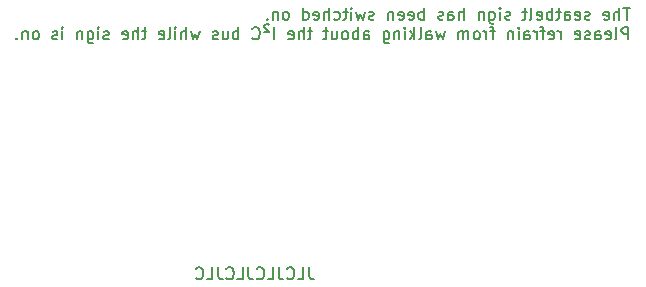
<source format=gbr>
%TF.GenerationSoftware,KiCad,Pcbnew,(5.1.9)-1*%
%TF.CreationDate,2021-08-01T22:25:33+09:30*%
%TF.ProjectId,tyre_temp_sense,74797265-5f74-4656-9d70-5f73656e7365,rev?*%
%TF.SameCoordinates,Original*%
%TF.FileFunction,Legend,Bot*%
%TF.FilePolarity,Positive*%
%FSLAX46Y46*%
G04 Gerber Fmt 4.6, Leading zero omitted, Abs format (unit mm)*
G04 Created by KiCad (PCBNEW (5.1.9)-1) date 2021-08-01 22:25:33*
%MOMM*%
%LPD*%
G01*
G04 APERTURE LIST*
%ADD10C,0.150000*%
G04 APERTURE END LIST*
D10*
X119527261Y-62727380D02*
X118955833Y-62727380D01*
X119241547Y-63727380D02*
X119241547Y-62727380D01*
X118622500Y-63727380D02*
X118622500Y-62727380D01*
X118193928Y-63727380D02*
X118193928Y-63203571D01*
X118241547Y-63108333D01*
X118336785Y-63060714D01*
X118479642Y-63060714D01*
X118574880Y-63108333D01*
X118622500Y-63155952D01*
X117336785Y-63679761D02*
X117432023Y-63727380D01*
X117622500Y-63727380D01*
X117717738Y-63679761D01*
X117765357Y-63584523D01*
X117765357Y-63203571D01*
X117717738Y-63108333D01*
X117622500Y-63060714D01*
X117432023Y-63060714D01*
X117336785Y-63108333D01*
X117289166Y-63203571D01*
X117289166Y-63298809D01*
X117765357Y-63394047D01*
X116146309Y-63679761D02*
X116051071Y-63727380D01*
X115860595Y-63727380D01*
X115765357Y-63679761D01*
X115717738Y-63584523D01*
X115717738Y-63536904D01*
X115765357Y-63441666D01*
X115860595Y-63394047D01*
X116003452Y-63394047D01*
X116098690Y-63346428D01*
X116146309Y-63251190D01*
X116146309Y-63203571D01*
X116098690Y-63108333D01*
X116003452Y-63060714D01*
X115860595Y-63060714D01*
X115765357Y-63108333D01*
X114908214Y-63679761D02*
X115003452Y-63727380D01*
X115193928Y-63727380D01*
X115289166Y-63679761D01*
X115336785Y-63584523D01*
X115336785Y-63203571D01*
X115289166Y-63108333D01*
X115193928Y-63060714D01*
X115003452Y-63060714D01*
X114908214Y-63108333D01*
X114860595Y-63203571D01*
X114860595Y-63298809D01*
X115336785Y-63394047D01*
X114003452Y-63727380D02*
X114003452Y-63203571D01*
X114051071Y-63108333D01*
X114146309Y-63060714D01*
X114336785Y-63060714D01*
X114432023Y-63108333D01*
X114003452Y-63679761D02*
X114098690Y-63727380D01*
X114336785Y-63727380D01*
X114432023Y-63679761D01*
X114479642Y-63584523D01*
X114479642Y-63489285D01*
X114432023Y-63394047D01*
X114336785Y-63346428D01*
X114098690Y-63346428D01*
X114003452Y-63298809D01*
X113670119Y-63060714D02*
X113289166Y-63060714D01*
X113527261Y-62727380D02*
X113527261Y-63584523D01*
X113479642Y-63679761D01*
X113384404Y-63727380D01*
X113289166Y-63727380D01*
X112955833Y-63727380D02*
X112955833Y-62727380D01*
X112955833Y-63108333D02*
X112860595Y-63060714D01*
X112670119Y-63060714D01*
X112574880Y-63108333D01*
X112527261Y-63155952D01*
X112479642Y-63251190D01*
X112479642Y-63536904D01*
X112527261Y-63632142D01*
X112574880Y-63679761D01*
X112670119Y-63727380D01*
X112860595Y-63727380D01*
X112955833Y-63679761D01*
X111670119Y-63679761D02*
X111765357Y-63727380D01*
X111955833Y-63727380D01*
X112051071Y-63679761D01*
X112098690Y-63584523D01*
X112098690Y-63203571D01*
X112051071Y-63108333D01*
X111955833Y-63060714D01*
X111765357Y-63060714D01*
X111670119Y-63108333D01*
X111622500Y-63203571D01*
X111622500Y-63298809D01*
X112098690Y-63394047D01*
X111051071Y-63727380D02*
X111146309Y-63679761D01*
X111193928Y-63584523D01*
X111193928Y-62727380D01*
X110812976Y-63060714D02*
X110432023Y-63060714D01*
X110670119Y-62727380D02*
X110670119Y-63584523D01*
X110622500Y-63679761D01*
X110527261Y-63727380D01*
X110432023Y-63727380D01*
X109384404Y-63679761D02*
X109289166Y-63727380D01*
X109098690Y-63727380D01*
X109003452Y-63679761D01*
X108955833Y-63584523D01*
X108955833Y-63536904D01*
X109003452Y-63441666D01*
X109098690Y-63394047D01*
X109241547Y-63394047D01*
X109336785Y-63346428D01*
X109384404Y-63251190D01*
X109384404Y-63203571D01*
X109336785Y-63108333D01*
X109241547Y-63060714D01*
X109098690Y-63060714D01*
X109003452Y-63108333D01*
X108527261Y-63727380D02*
X108527261Y-63060714D01*
X108527261Y-62727380D02*
X108574880Y-62775000D01*
X108527261Y-62822619D01*
X108479642Y-62775000D01*
X108527261Y-62727380D01*
X108527261Y-62822619D01*
X107622500Y-63060714D02*
X107622500Y-63870238D01*
X107670119Y-63965476D01*
X107717738Y-64013095D01*
X107812976Y-64060714D01*
X107955833Y-64060714D01*
X108051071Y-64013095D01*
X107622500Y-63679761D02*
X107717738Y-63727380D01*
X107908214Y-63727380D01*
X108003452Y-63679761D01*
X108051071Y-63632142D01*
X108098690Y-63536904D01*
X108098690Y-63251190D01*
X108051071Y-63155952D01*
X108003452Y-63108333D01*
X107908214Y-63060714D01*
X107717738Y-63060714D01*
X107622500Y-63108333D01*
X107146309Y-63060714D02*
X107146309Y-63727380D01*
X107146309Y-63155952D02*
X107098690Y-63108333D01*
X107003452Y-63060714D01*
X106860595Y-63060714D01*
X106765357Y-63108333D01*
X106717738Y-63203571D01*
X106717738Y-63727380D01*
X105479642Y-63727380D02*
X105479642Y-62727380D01*
X105051071Y-63727380D02*
X105051071Y-63203571D01*
X105098690Y-63108333D01*
X105193928Y-63060714D01*
X105336785Y-63060714D01*
X105432023Y-63108333D01*
X105479642Y-63155952D01*
X104146309Y-63727380D02*
X104146309Y-63203571D01*
X104193928Y-63108333D01*
X104289166Y-63060714D01*
X104479642Y-63060714D01*
X104574880Y-63108333D01*
X104146309Y-63679761D02*
X104241547Y-63727380D01*
X104479642Y-63727380D01*
X104574880Y-63679761D01*
X104622500Y-63584523D01*
X104622500Y-63489285D01*
X104574880Y-63394047D01*
X104479642Y-63346428D01*
X104241547Y-63346428D01*
X104146309Y-63298809D01*
X103717738Y-63679761D02*
X103622500Y-63727380D01*
X103432023Y-63727380D01*
X103336785Y-63679761D01*
X103289166Y-63584523D01*
X103289166Y-63536904D01*
X103336785Y-63441666D01*
X103432023Y-63394047D01*
X103574880Y-63394047D01*
X103670119Y-63346428D01*
X103717738Y-63251190D01*
X103717738Y-63203571D01*
X103670119Y-63108333D01*
X103574880Y-63060714D01*
X103432023Y-63060714D01*
X103336785Y-63108333D01*
X102098690Y-63727380D02*
X102098690Y-62727380D01*
X102098690Y-63108333D02*
X102003452Y-63060714D01*
X101812976Y-63060714D01*
X101717738Y-63108333D01*
X101670119Y-63155952D01*
X101622500Y-63251190D01*
X101622500Y-63536904D01*
X101670119Y-63632142D01*
X101717738Y-63679761D01*
X101812976Y-63727380D01*
X102003452Y-63727380D01*
X102098690Y-63679761D01*
X100812976Y-63679761D02*
X100908214Y-63727380D01*
X101098690Y-63727380D01*
X101193928Y-63679761D01*
X101241547Y-63584523D01*
X101241547Y-63203571D01*
X101193928Y-63108333D01*
X101098690Y-63060714D01*
X100908214Y-63060714D01*
X100812976Y-63108333D01*
X100765357Y-63203571D01*
X100765357Y-63298809D01*
X101241547Y-63394047D01*
X99955833Y-63679761D02*
X100051071Y-63727380D01*
X100241547Y-63727380D01*
X100336785Y-63679761D01*
X100384404Y-63584523D01*
X100384404Y-63203571D01*
X100336785Y-63108333D01*
X100241547Y-63060714D01*
X100051071Y-63060714D01*
X99955833Y-63108333D01*
X99908214Y-63203571D01*
X99908214Y-63298809D01*
X100384404Y-63394047D01*
X99479642Y-63060714D02*
X99479642Y-63727380D01*
X99479642Y-63155952D02*
X99432023Y-63108333D01*
X99336785Y-63060714D01*
X99193928Y-63060714D01*
X99098690Y-63108333D01*
X99051071Y-63203571D01*
X99051071Y-63727380D01*
X97860595Y-63679761D02*
X97765357Y-63727380D01*
X97574880Y-63727380D01*
X97479642Y-63679761D01*
X97432023Y-63584523D01*
X97432023Y-63536904D01*
X97479642Y-63441666D01*
X97574880Y-63394047D01*
X97717738Y-63394047D01*
X97812976Y-63346428D01*
X97860595Y-63251190D01*
X97860595Y-63203571D01*
X97812976Y-63108333D01*
X97717738Y-63060714D01*
X97574880Y-63060714D01*
X97479642Y-63108333D01*
X97098690Y-63060714D02*
X96908214Y-63727380D01*
X96717738Y-63251190D01*
X96527261Y-63727380D01*
X96336785Y-63060714D01*
X95955833Y-63727380D02*
X95955833Y-63060714D01*
X95955833Y-62727380D02*
X96003452Y-62775000D01*
X95955833Y-62822619D01*
X95908214Y-62775000D01*
X95955833Y-62727380D01*
X95955833Y-62822619D01*
X95622500Y-63060714D02*
X95241547Y-63060714D01*
X95479642Y-62727380D02*
X95479642Y-63584523D01*
X95432023Y-63679761D01*
X95336785Y-63727380D01*
X95241547Y-63727380D01*
X94479642Y-63679761D02*
X94574880Y-63727380D01*
X94765357Y-63727380D01*
X94860595Y-63679761D01*
X94908214Y-63632142D01*
X94955833Y-63536904D01*
X94955833Y-63251190D01*
X94908214Y-63155952D01*
X94860595Y-63108333D01*
X94765357Y-63060714D01*
X94574880Y-63060714D01*
X94479642Y-63108333D01*
X94051071Y-63727380D02*
X94051071Y-62727380D01*
X93622500Y-63727380D02*
X93622500Y-63203571D01*
X93670119Y-63108333D01*
X93765357Y-63060714D01*
X93908214Y-63060714D01*
X94003452Y-63108333D01*
X94051071Y-63155952D01*
X92765357Y-63679761D02*
X92860595Y-63727380D01*
X93051071Y-63727380D01*
X93146309Y-63679761D01*
X93193928Y-63584523D01*
X93193928Y-63203571D01*
X93146309Y-63108333D01*
X93051071Y-63060714D01*
X92860595Y-63060714D01*
X92765357Y-63108333D01*
X92717738Y-63203571D01*
X92717738Y-63298809D01*
X93193928Y-63394047D01*
X91860595Y-63727380D02*
X91860595Y-62727380D01*
X91860595Y-63679761D02*
X91955833Y-63727380D01*
X92146309Y-63727380D01*
X92241547Y-63679761D01*
X92289166Y-63632142D01*
X92336785Y-63536904D01*
X92336785Y-63251190D01*
X92289166Y-63155952D01*
X92241547Y-63108333D01*
X92146309Y-63060714D01*
X91955833Y-63060714D01*
X91860595Y-63108333D01*
X90479642Y-63727380D02*
X90574880Y-63679761D01*
X90622500Y-63632142D01*
X90670119Y-63536904D01*
X90670119Y-63251190D01*
X90622500Y-63155952D01*
X90574880Y-63108333D01*
X90479642Y-63060714D01*
X90336785Y-63060714D01*
X90241547Y-63108333D01*
X90193928Y-63155952D01*
X90146309Y-63251190D01*
X90146309Y-63536904D01*
X90193928Y-63632142D01*
X90241547Y-63679761D01*
X90336785Y-63727380D01*
X90479642Y-63727380D01*
X89717738Y-63060714D02*
X89717738Y-63727380D01*
X89717738Y-63155952D02*
X89670119Y-63108333D01*
X89574880Y-63060714D01*
X89432023Y-63060714D01*
X89336785Y-63108333D01*
X89289166Y-63203571D01*
X89289166Y-63727380D01*
X88812976Y-63632142D02*
X88765357Y-63679761D01*
X88812976Y-63727380D01*
X88860595Y-63679761D01*
X88812976Y-63632142D01*
X88812976Y-63727380D01*
X119384404Y-65377380D02*
X119384404Y-64377380D01*
X119003452Y-64377380D01*
X118908214Y-64425000D01*
X118860595Y-64472619D01*
X118812976Y-64567857D01*
X118812976Y-64710714D01*
X118860595Y-64805952D01*
X118908214Y-64853571D01*
X119003452Y-64901190D01*
X119384404Y-64901190D01*
X118241547Y-65377380D02*
X118336785Y-65329761D01*
X118384404Y-65234523D01*
X118384404Y-64377380D01*
X117479642Y-65329761D02*
X117574880Y-65377380D01*
X117765357Y-65377380D01*
X117860595Y-65329761D01*
X117908214Y-65234523D01*
X117908214Y-64853571D01*
X117860595Y-64758333D01*
X117765357Y-64710714D01*
X117574880Y-64710714D01*
X117479642Y-64758333D01*
X117432023Y-64853571D01*
X117432023Y-64948809D01*
X117908214Y-65044047D01*
X116574880Y-65377380D02*
X116574880Y-64853571D01*
X116622500Y-64758333D01*
X116717738Y-64710714D01*
X116908214Y-64710714D01*
X117003452Y-64758333D01*
X116574880Y-65329761D02*
X116670119Y-65377380D01*
X116908214Y-65377380D01*
X117003452Y-65329761D01*
X117051071Y-65234523D01*
X117051071Y-65139285D01*
X117003452Y-65044047D01*
X116908214Y-64996428D01*
X116670119Y-64996428D01*
X116574880Y-64948809D01*
X116146309Y-65329761D02*
X116051071Y-65377380D01*
X115860595Y-65377380D01*
X115765357Y-65329761D01*
X115717738Y-65234523D01*
X115717738Y-65186904D01*
X115765357Y-65091666D01*
X115860595Y-65044047D01*
X116003452Y-65044047D01*
X116098690Y-64996428D01*
X116146309Y-64901190D01*
X116146309Y-64853571D01*
X116098690Y-64758333D01*
X116003452Y-64710714D01*
X115860595Y-64710714D01*
X115765357Y-64758333D01*
X114908214Y-65329761D02*
X115003452Y-65377380D01*
X115193928Y-65377380D01*
X115289166Y-65329761D01*
X115336785Y-65234523D01*
X115336785Y-64853571D01*
X115289166Y-64758333D01*
X115193928Y-64710714D01*
X115003452Y-64710714D01*
X114908214Y-64758333D01*
X114860595Y-64853571D01*
X114860595Y-64948809D01*
X115336785Y-65044047D01*
X113670119Y-65377380D02*
X113670119Y-64710714D01*
X113670119Y-64901190D02*
X113622500Y-64805952D01*
X113574880Y-64758333D01*
X113479642Y-64710714D01*
X113384404Y-64710714D01*
X112670119Y-65329761D02*
X112765357Y-65377380D01*
X112955833Y-65377380D01*
X113051071Y-65329761D01*
X113098690Y-65234523D01*
X113098690Y-64853571D01*
X113051071Y-64758333D01*
X112955833Y-64710714D01*
X112765357Y-64710714D01*
X112670119Y-64758333D01*
X112622500Y-64853571D01*
X112622500Y-64948809D01*
X113098690Y-65044047D01*
X112336785Y-64710714D02*
X111955833Y-64710714D01*
X112193928Y-65377380D02*
X112193928Y-64520238D01*
X112146309Y-64425000D01*
X112051071Y-64377380D01*
X111955833Y-64377380D01*
X111622500Y-65377380D02*
X111622500Y-64710714D01*
X111622500Y-64901190D02*
X111574880Y-64805952D01*
X111527261Y-64758333D01*
X111432023Y-64710714D01*
X111336785Y-64710714D01*
X110574880Y-65377380D02*
X110574880Y-64853571D01*
X110622500Y-64758333D01*
X110717738Y-64710714D01*
X110908214Y-64710714D01*
X111003452Y-64758333D01*
X110574880Y-65329761D02*
X110670119Y-65377380D01*
X110908214Y-65377380D01*
X111003452Y-65329761D01*
X111051071Y-65234523D01*
X111051071Y-65139285D01*
X111003452Y-65044047D01*
X110908214Y-64996428D01*
X110670119Y-64996428D01*
X110574880Y-64948809D01*
X110098690Y-65377380D02*
X110098690Y-64710714D01*
X110098690Y-64377380D02*
X110146309Y-64425000D01*
X110098690Y-64472619D01*
X110051071Y-64425000D01*
X110098690Y-64377380D01*
X110098690Y-64472619D01*
X109622500Y-64710714D02*
X109622500Y-65377380D01*
X109622500Y-64805952D02*
X109574880Y-64758333D01*
X109479642Y-64710714D01*
X109336785Y-64710714D01*
X109241547Y-64758333D01*
X109193928Y-64853571D01*
X109193928Y-65377380D01*
X108098690Y-64710714D02*
X107717738Y-64710714D01*
X107955833Y-65377380D02*
X107955833Y-64520238D01*
X107908214Y-64425000D01*
X107812976Y-64377380D01*
X107717738Y-64377380D01*
X107384404Y-65377380D02*
X107384404Y-64710714D01*
X107384404Y-64901190D02*
X107336785Y-64805952D01*
X107289166Y-64758333D01*
X107193928Y-64710714D01*
X107098690Y-64710714D01*
X106622500Y-65377380D02*
X106717738Y-65329761D01*
X106765357Y-65282142D01*
X106812976Y-65186904D01*
X106812976Y-64901190D01*
X106765357Y-64805952D01*
X106717738Y-64758333D01*
X106622500Y-64710714D01*
X106479642Y-64710714D01*
X106384404Y-64758333D01*
X106336785Y-64805952D01*
X106289166Y-64901190D01*
X106289166Y-65186904D01*
X106336785Y-65282142D01*
X106384404Y-65329761D01*
X106479642Y-65377380D01*
X106622500Y-65377380D01*
X105860595Y-65377380D02*
X105860595Y-64710714D01*
X105860595Y-64805952D02*
X105812976Y-64758333D01*
X105717738Y-64710714D01*
X105574880Y-64710714D01*
X105479642Y-64758333D01*
X105432023Y-64853571D01*
X105432023Y-65377380D01*
X105432023Y-64853571D02*
X105384404Y-64758333D01*
X105289166Y-64710714D01*
X105146309Y-64710714D01*
X105051071Y-64758333D01*
X105003452Y-64853571D01*
X105003452Y-65377380D01*
X103860595Y-64710714D02*
X103670119Y-65377380D01*
X103479642Y-64901190D01*
X103289166Y-65377380D01*
X103098690Y-64710714D01*
X102289166Y-65377380D02*
X102289166Y-64853571D01*
X102336785Y-64758333D01*
X102432023Y-64710714D01*
X102622500Y-64710714D01*
X102717738Y-64758333D01*
X102289166Y-65329761D02*
X102384404Y-65377380D01*
X102622500Y-65377380D01*
X102717738Y-65329761D01*
X102765357Y-65234523D01*
X102765357Y-65139285D01*
X102717738Y-65044047D01*
X102622500Y-64996428D01*
X102384404Y-64996428D01*
X102289166Y-64948809D01*
X101670119Y-65377380D02*
X101765357Y-65329761D01*
X101812976Y-65234523D01*
X101812976Y-64377380D01*
X101289166Y-65377380D02*
X101289166Y-64377380D01*
X101193928Y-64996428D02*
X100908214Y-65377380D01*
X100908214Y-64710714D02*
X101289166Y-65091666D01*
X100479642Y-65377380D02*
X100479642Y-64710714D01*
X100479642Y-64377380D02*
X100527261Y-64425000D01*
X100479642Y-64472619D01*
X100432023Y-64425000D01*
X100479642Y-64377380D01*
X100479642Y-64472619D01*
X100003452Y-64710714D02*
X100003452Y-65377380D01*
X100003452Y-64805952D02*
X99955833Y-64758333D01*
X99860595Y-64710714D01*
X99717738Y-64710714D01*
X99622500Y-64758333D01*
X99574880Y-64853571D01*
X99574880Y-65377380D01*
X98670119Y-64710714D02*
X98670119Y-65520238D01*
X98717738Y-65615476D01*
X98765357Y-65663095D01*
X98860595Y-65710714D01*
X99003452Y-65710714D01*
X99098690Y-65663095D01*
X98670119Y-65329761D02*
X98765357Y-65377380D01*
X98955833Y-65377380D01*
X99051071Y-65329761D01*
X99098690Y-65282142D01*
X99146309Y-65186904D01*
X99146309Y-64901190D01*
X99098690Y-64805952D01*
X99051071Y-64758333D01*
X98955833Y-64710714D01*
X98765357Y-64710714D01*
X98670119Y-64758333D01*
X97003452Y-65377380D02*
X97003452Y-64853571D01*
X97051071Y-64758333D01*
X97146309Y-64710714D01*
X97336785Y-64710714D01*
X97432023Y-64758333D01*
X97003452Y-65329761D02*
X97098690Y-65377380D01*
X97336785Y-65377380D01*
X97432023Y-65329761D01*
X97479642Y-65234523D01*
X97479642Y-65139285D01*
X97432023Y-65044047D01*
X97336785Y-64996428D01*
X97098690Y-64996428D01*
X97003452Y-64948809D01*
X96527261Y-65377380D02*
X96527261Y-64377380D01*
X96527261Y-64758333D02*
X96432023Y-64710714D01*
X96241547Y-64710714D01*
X96146309Y-64758333D01*
X96098690Y-64805952D01*
X96051071Y-64901190D01*
X96051071Y-65186904D01*
X96098690Y-65282142D01*
X96146309Y-65329761D01*
X96241547Y-65377380D01*
X96432023Y-65377380D01*
X96527261Y-65329761D01*
X95479642Y-65377380D02*
X95574880Y-65329761D01*
X95622500Y-65282142D01*
X95670119Y-65186904D01*
X95670119Y-64901190D01*
X95622500Y-64805952D01*
X95574880Y-64758333D01*
X95479642Y-64710714D01*
X95336785Y-64710714D01*
X95241547Y-64758333D01*
X95193928Y-64805952D01*
X95146309Y-64901190D01*
X95146309Y-65186904D01*
X95193928Y-65282142D01*
X95241547Y-65329761D01*
X95336785Y-65377380D01*
X95479642Y-65377380D01*
X94289166Y-64710714D02*
X94289166Y-65377380D01*
X94717738Y-64710714D02*
X94717738Y-65234523D01*
X94670119Y-65329761D01*
X94574880Y-65377380D01*
X94432023Y-65377380D01*
X94336785Y-65329761D01*
X94289166Y-65282142D01*
X93955833Y-64710714D02*
X93574880Y-64710714D01*
X93812976Y-64377380D02*
X93812976Y-65234523D01*
X93765357Y-65329761D01*
X93670119Y-65377380D01*
X93574880Y-65377380D01*
X92622500Y-64710714D02*
X92241547Y-64710714D01*
X92479642Y-64377380D02*
X92479642Y-65234523D01*
X92432023Y-65329761D01*
X92336785Y-65377380D01*
X92241547Y-65377380D01*
X91908214Y-65377380D02*
X91908214Y-64377380D01*
X91479642Y-65377380D02*
X91479642Y-64853571D01*
X91527261Y-64758333D01*
X91622500Y-64710714D01*
X91765357Y-64710714D01*
X91860595Y-64758333D01*
X91908214Y-64805952D01*
X90622500Y-65329761D02*
X90717738Y-65377380D01*
X90908214Y-65377380D01*
X91003452Y-65329761D01*
X91051071Y-65234523D01*
X91051071Y-64853571D01*
X91003452Y-64758333D01*
X90908214Y-64710714D01*
X90717738Y-64710714D01*
X90622500Y-64758333D01*
X90574880Y-64853571D01*
X90574880Y-64948809D01*
X91051071Y-65044047D01*
X89384404Y-65377380D02*
X89384404Y-64377380D01*
X88955833Y-64139285D02*
X88860595Y-64091666D01*
X88717738Y-64091666D01*
X88622500Y-64139285D01*
X88574880Y-64234523D01*
X88574880Y-64329761D01*
X88622500Y-64425000D01*
X88955833Y-64758333D01*
X88574880Y-64758333D01*
X87574880Y-65282142D02*
X87622500Y-65329761D01*
X87765357Y-65377380D01*
X87860595Y-65377380D01*
X88003452Y-65329761D01*
X88098690Y-65234523D01*
X88146309Y-65139285D01*
X88193928Y-64948809D01*
X88193928Y-64805952D01*
X88146309Y-64615476D01*
X88098690Y-64520238D01*
X88003452Y-64425000D01*
X87860595Y-64377380D01*
X87765357Y-64377380D01*
X87622500Y-64425000D01*
X87574880Y-64472619D01*
X86384404Y-65377380D02*
X86384404Y-64377380D01*
X86384404Y-64758333D02*
X86289166Y-64710714D01*
X86098690Y-64710714D01*
X86003452Y-64758333D01*
X85955833Y-64805952D01*
X85908214Y-64901190D01*
X85908214Y-65186904D01*
X85955833Y-65282142D01*
X86003452Y-65329761D01*
X86098690Y-65377380D01*
X86289166Y-65377380D01*
X86384404Y-65329761D01*
X85051071Y-64710714D02*
X85051071Y-65377380D01*
X85479642Y-64710714D02*
X85479642Y-65234523D01*
X85432023Y-65329761D01*
X85336785Y-65377380D01*
X85193928Y-65377380D01*
X85098690Y-65329761D01*
X85051071Y-65282142D01*
X84622500Y-65329761D02*
X84527261Y-65377380D01*
X84336785Y-65377380D01*
X84241547Y-65329761D01*
X84193928Y-65234523D01*
X84193928Y-65186904D01*
X84241547Y-65091666D01*
X84336785Y-65044047D01*
X84479642Y-65044047D01*
X84574880Y-64996428D01*
X84622500Y-64901190D01*
X84622500Y-64853571D01*
X84574880Y-64758333D01*
X84479642Y-64710714D01*
X84336785Y-64710714D01*
X84241547Y-64758333D01*
X83098690Y-64710714D02*
X82908214Y-65377380D01*
X82717738Y-64901190D01*
X82527261Y-65377380D01*
X82336785Y-64710714D01*
X81955833Y-65377380D02*
X81955833Y-64377380D01*
X81527261Y-65377380D02*
X81527261Y-64853571D01*
X81574880Y-64758333D01*
X81670119Y-64710714D01*
X81812976Y-64710714D01*
X81908214Y-64758333D01*
X81955833Y-64805952D01*
X81051071Y-65377380D02*
X81051071Y-64710714D01*
X81051071Y-64377380D02*
X81098690Y-64425000D01*
X81051071Y-64472619D01*
X81003452Y-64425000D01*
X81051071Y-64377380D01*
X81051071Y-64472619D01*
X80432023Y-65377380D02*
X80527261Y-65329761D01*
X80574880Y-65234523D01*
X80574880Y-64377380D01*
X79670119Y-65329761D02*
X79765357Y-65377380D01*
X79955833Y-65377380D01*
X80051071Y-65329761D01*
X80098690Y-65234523D01*
X80098690Y-64853571D01*
X80051071Y-64758333D01*
X79955833Y-64710714D01*
X79765357Y-64710714D01*
X79670119Y-64758333D01*
X79622500Y-64853571D01*
X79622500Y-64948809D01*
X80098690Y-65044047D01*
X78574880Y-64710714D02*
X78193928Y-64710714D01*
X78432023Y-64377380D02*
X78432023Y-65234523D01*
X78384404Y-65329761D01*
X78289166Y-65377380D01*
X78193928Y-65377380D01*
X77860595Y-65377380D02*
X77860595Y-64377380D01*
X77432023Y-65377380D02*
X77432023Y-64853571D01*
X77479642Y-64758333D01*
X77574880Y-64710714D01*
X77717738Y-64710714D01*
X77812976Y-64758333D01*
X77860595Y-64805952D01*
X76574880Y-65329761D02*
X76670119Y-65377380D01*
X76860595Y-65377380D01*
X76955833Y-65329761D01*
X77003452Y-65234523D01*
X77003452Y-64853571D01*
X76955833Y-64758333D01*
X76860595Y-64710714D01*
X76670119Y-64710714D01*
X76574880Y-64758333D01*
X76527261Y-64853571D01*
X76527261Y-64948809D01*
X77003452Y-65044047D01*
X75384404Y-65329761D02*
X75289166Y-65377380D01*
X75098690Y-65377380D01*
X75003452Y-65329761D01*
X74955833Y-65234523D01*
X74955833Y-65186904D01*
X75003452Y-65091666D01*
X75098690Y-65044047D01*
X75241547Y-65044047D01*
X75336785Y-64996428D01*
X75384404Y-64901190D01*
X75384404Y-64853571D01*
X75336785Y-64758333D01*
X75241547Y-64710714D01*
X75098690Y-64710714D01*
X75003452Y-64758333D01*
X74527261Y-65377380D02*
X74527261Y-64710714D01*
X74527261Y-64377380D02*
X74574880Y-64425000D01*
X74527261Y-64472619D01*
X74479642Y-64425000D01*
X74527261Y-64377380D01*
X74527261Y-64472619D01*
X73622500Y-64710714D02*
X73622500Y-65520238D01*
X73670119Y-65615476D01*
X73717738Y-65663095D01*
X73812976Y-65710714D01*
X73955833Y-65710714D01*
X74051071Y-65663095D01*
X73622500Y-65329761D02*
X73717738Y-65377380D01*
X73908214Y-65377380D01*
X74003452Y-65329761D01*
X74051071Y-65282142D01*
X74098690Y-65186904D01*
X74098690Y-64901190D01*
X74051071Y-64805952D01*
X74003452Y-64758333D01*
X73908214Y-64710714D01*
X73717738Y-64710714D01*
X73622500Y-64758333D01*
X73146309Y-64710714D02*
X73146309Y-65377380D01*
X73146309Y-64805952D02*
X73098690Y-64758333D01*
X73003452Y-64710714D01*
X72860595Y-64710714D01*
X72765357Y-64758333D01*
X72717738Y-64853571D01*
X72717738Y-65377380D01*
X71479642Y-65377380D02*
X71479642Y-64710714D01*
X71479642Y-64377380D02*
X71527261Y-64425000D01*
X71479642Y-64472619D01*
X71432023Y-64425000D01*
X71479642Y-64377380D01*
X71479642Y-64472619D01*
X71051071Y-65329761D02*
X70955833Y-65377380D01*
X70765357Y-65377380D01*
X70670119Y-65329761D01*
X70622500Y-65234523D01*
X70622500Y-65186904D01*
X70670119Y-65091666D01*
X70765357Y-65044047D01*
X70908214Y-65044047D01*
X71003452Y-64996428D01*
X71051071Y-64901190D01*
X71051071Y-64853571D01*
X71003452Y-64758333D01*
X70908214Y-64710714D01*
X70765357Y-64710714D01*
X70670119Y-64758333D01*
X69289166Y-65377380D02*
X69384404Y-65329761D01*
X69432023Y-65282142D01*
X69479642Y-65186904D01*
X69479642Y-64901190D01*
X69432023Y-64805952D01*
X69384404Y-64758333D01*
X69289166Y-64710714D01*
X69146309Y-64710714D01*
X69051071Y-64758333D01*
X69003452Y-64805952D01*
X68955833Y-64901190D01*
X68955833Y-65186904D01*
X69003452Y-65282142D01*
X69051071Y-65329761D01*
X69146309Y-65377380D01*
X69289166Y-65377380D01*
X68527261Y-64710714D02*
X68527261Y-65377380D01*
X68527261Y-64805952D02*
X68479642Y-64758333D01*
X68384404Y-64710714D01*
X68241547Y-64710714D01*
X68146309Y-64758333D01*
X68098690Y-64853571D01*
X68098690Y-65377380D01*
X67622500Y-65282142D02*
X67574880Y-65329761D01*
X67622500Y-65377380D01*
X67670119Y-65329761D01*
X67622500Y-65282142D01*
X67622500Y-65377380D01*
X92369047Y-84702380D02*
X92369047Y-85416666D01*
X92416666Y-85559523D01*
X92511904Y-85654761D01*
X92654761Y-85702380D01*
X92750000Y-85702380D01*
X91416666Y-85702380D02*
X91892857Y-85702380D01*
X91892857Y-84702380D01*
X90511904Y-85607142D02*
X90559523Y-85654761D01*
X90702380Y-85702380D01*
X90797619Y-85702380D01*
X90940476Y-85654761D01*
X91035714Y-85559523D01*
X91083333Y-85464285D01*
X91130952Y-85273809D01*
X91130952Y-85130952D01*
X91083333Y-84940476D01*
X91035714Y-84845238D01*
X90940476Y-84750000D01*
X90797619Y-84702380D01*
X90702380Y-84702380D01*
X90559523Y-84750000D01*
X90511904Y-84797619D01*
X89797619Y-84702380D02*
X89797619Y-85416666D01*
X89845238Y-85559523D01*
X89940476Y-85654761D01*
X90083333Y-85702380D01*
X90178571Y-85702380D01*
X88845238Y-85702380D02*
X89321428Y-85702380D01*
X89321428Y-84702380D01*
X87940476Y-85607142D02*
X87988095Y-85654761D01*
X88130952Y-85702380D01*
X88226190Y-85702380D01*
X88369047Y-85654761D01*
X88464285Y-85559523D01*
X88511904Y-85464285D01*
X88559523Y-85273809D01*
X88559523Y-85130952D01*
X88511904Y-84940476D01*
X88464285Y-84845238D01*
X88369047Y-84750000D01*
X88226190Y-84702380D01*
X88130952Y-84702380D01*
X87988095Y-84750000D01*
X87940476Y-84797619D01*
X87226190Y-84702380D02*
X87226190Y-85416666D01*
X87273809Y-85559523D01*
X87369047Y-85654761D01*
X87511904Y-85702380D01*
X87607142Y-85702380D01*
X86273809Y-85702380D02*
X86750000Y-85702380D01*
X86750000Y-84702380D01*
X85369047Y-85607142D02*
X85416666Y-85654761D01*
X85559523Y-85702380D01*
X85654761Y-85702380D01*
X85797619Y-85654761D01*
X85892857Y-85559523D01*
X85940476Y-85464285D01*
X85988095Y-85273809D01*
X85988095Y-85130952D01*
X85940476Y-84940476D01*
X85892857Y-84845238D01*
X85797619Y-84750000D01*
X85654761Y-84702380D01*
X85559523Y-84702380D01*
X85416666Y-84750000D01*
X85369047Y-84797619D01*
X84654761Y-84702380D02*
X84654761Y-85416666D01*
X84702380Y-85559523D01*
X84797619Y-85654761D01*
X84940476Y-85702380D01*
X85035714Y-85702380D01*
X83702380Y-85702380D02*
X84178571Y-85702380D01*
X84178571Y-84702380D01*
X82797619Y-85607142D02*
X82845238Y-85654761D01*
X82988095Y-85702380D01*
X83083333Y-85702380D01*
X83226190Y-85654761D01*
X83321428Y-85559523D01*
X83369047Y-85464285D01*
X83416666Y-85273809D01*
X83416666Y-85130952D01*
X83369047Y-84940476D01*
X83321428Y-84845238D01*
X83226190Y-84750000D01*
X83083333Y-84702380D01*
X82988095Y-84702380D01*
X82845238Y-84750000D01*
X82797619Y-84797619D01*
M02*

</source>
